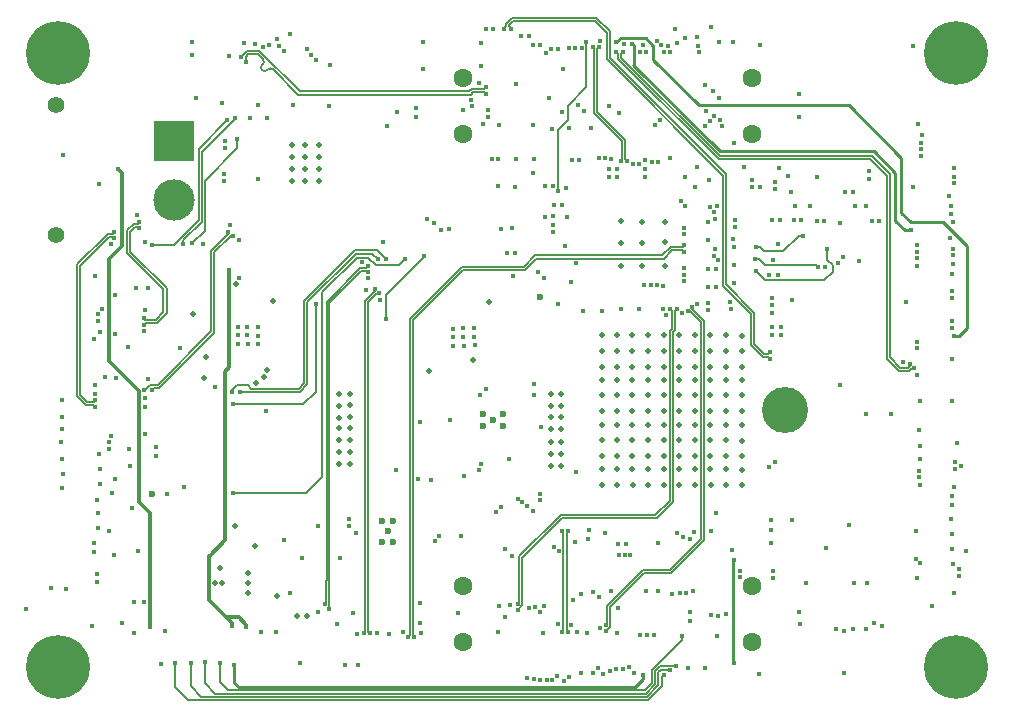
<source format=gbr>
%TF.GenerationSoftware,KiCad,Pcbnew,7.0.6-rc1-29-g152dc56df4*%
%TF.CreationDate,2023-07-03T16:00:48-04:00*%
%TF.ProjectId,pixc4-jetson-universal-carrier,70697863-342d-46a6-9574-736f6e2d756e,rev?*%
%TF.SameCoordinates,Original*%
%TF.FileFunction,Copper,L3,Inr*%
%TF.FilePolarity,Positive*%
%FSLAX46Y46*%
G04 Gerber Fmt 4.6, Leading zero omitted, Abs format (unit mm)*
G04 Created by KiCad (PCBNEW 7.0.6-rc1-29-g152dc56df4) date 2023-07-03 16:00:48*
%MOMM*%
%LPD*%
G01*
G04 APERTURE LIST*
%TA.AperFunction,ComponentPad*%
%ADD10C,1.400000*%
%TD*%
%TA.AperFunction,ComponentPad*%
%ADD11R,3.500000X3.500000*%
%TD*%
%TA.AperFunction,ComponentPad*%
%ADD12C,3.500000*%
%TD*%
%TA.AperFunction,ComponentPad*%
%ADD13C,0.800000*%
%TD*%
%TA.AperFunction,ComponentPad*%
%ADD14C,5.400000*%
%TD*%
%TA.AperFunction,ComponentPad*%
%ADD15C,1.600000*%
%TD*%
%TA.AperFunction,ComponentPad*%
%ADD16C,0.600000*%
%TD*%
%TA.AperFunction,ComponentPad*%
%ADD17C,3.900000*%
%TD*%
%TA.AperFunction,ViaPad*%
%ADD18C,0.400000*%
%TD*%
%TA.AperFunction,ViaPad*%
%ADD19C,0.500000*%
%TD*%
%TA.AperFunction,ViaPad*%
%ADD20C,0.600000*%
%TD*%
%TA.AperFunction,Conductor*%
%ADD21C,0.152400*%
%TD*%
%TA.AperFunction,Conductor*%
%ADD22C,0.254000*%
%TD*%
%TA.AperFunction,Conductor*%
%ADD23C,0.157480*%
%TD*%
%TA.AperFunction,Conductor*%
%ADD24C,0.127254*%
%TD*%
%TA.AperFunction,Conductor*%
%ADD25C,0.304800*%
%TD*%
%TA.AperFunction,Conductor*%
%ADD26C,0.129540*%
%TD*%
%TA.AperFunction,Conductor*%
%ADD27C,0.144780*%
%TD*%
G04 APERTURE END LIST*
D10*
%TO.N,*%
%TO.C,J27*%
X61310700Y-97173560D03*
X61310700Y-86173560D03*
D11*
%TO.N,GND*%
X71310700Y-89173560D03*
D12*
%TO.N,/MainPower/PWR_IN*%
X71310700Y-94173560D03*
%TD*%
D13*
%TO.N,GND*%
%TO.C,J1*%
X59475000Y-81750000D03*
X60068109Y-80318109D03*
X60068109Y-83181891D03*
X61500000Y-79725000D03*
D14*
X61500000Y-81750000D03*
D13*
X61500000Y-83775000D03*
X62931891Y-80318109D03*
X62931891Y-83181891D03*
X63525000Y-81750000D03*
%TD*%
%TO.N,GND*%
%TO.C,J2*%
X59475000Y-133750000D03*
X60068109Y-132318109D03*
X60068109Y-135181891D03*
X61500000Y-131725000D03*
D14*
X61500000Y-133750000D03*
D13*
X61500000Y-135775000D03*
X62931891Y-132318109D03*
X62931891Y-135181891D03*
X63525000Y-133750000D03*
%TD*%
%TO.N,GND*%
%TO.C,J3*%
X135475000Y-81750000D03*
X136068109Y-80318109D03*
X136068109Y-83181891D03*
X137500000Y-79725000D03*
D14*
X137500000Y-81750000D03*
D13*
X137500000Y-83775000D03*
X138931891Y-80318109D03*
X138931891Y-83181891D03*
X139525000Y-81750000D03*
%TD*%
%TO.N,GND*%
%TO.C,J4*%
X135475000Y-133750000D03*
X136068109Y-132318109D03*
X136068109Y-135181891D03*
X137500000Y-131725000D03*
D14*
X137500000Y-133750000D03*
D13*
X137500000Y-135775000D03*
X138931891Y-132318109D03*
X138931891Y-135181891D03*
X139525000Y-133750000D03*
%TD*%
D15*
%TO.N,+5V*%
%TO.C,J5*%
X95750000Y-88625000D03*
X120250000Y-88625000D03*
%TO.N,GND*%
X95750000Y-83875000D03*
X120250000Y-83875000D03*
%TD*%
%TO.N,+5V*%
%TO.C,J6*%
X95750000Y-131625000D03*
X120250000Y-131625000D03*
%TO.N,GND*%
X95750000Y-126875000D03*
X120250000Y-126875000D03*
%TD*%
D16*
%TO.N,GND*%
%TO.C,U6*%
X88900800Y-121406200D03*
X88900800Y-123126200D03*
X89380800Y-122266200D03*
X89860800Y-121406200D03*
X89860800Y-123126200D03*
%TD*%
%TO.N,GND*%
%TO.C,U10*%
X99161600Y-112344200D03*
X97441600Y-112344200D03*
X98301600Y-112824200D03*
X99161600Y-113304200D03*
X97441600Y-113304200D03*
%TD*%
D17*
%TO.N,GND*%
%TO.C,SP1*%
X123000000Y-112000000D03*
%TD*%
D18*
%TO.N,GND*%
X86800000Y-130910000D03*
X118643400Y-80822800D03*
X127630000Y-109890000D03*
D19*
X110093600Y-115900000D03*
D18*
X118000000Y-129240000D03*
X99910000Y-124320000D03*
X92700000Y-95800000D03*
X118668800Y-101193600D03*
X82510000Y-81420000D03*
X92120000Y-129990000D03*
D19*
X108772800Y-106984800D03*
D18*
X78650000Y-130750000D03*
X132980000Y-107910000D03*
D19*
X107496771Y-105674800D03*
D18*
X130110000Y-91710000D03*
X113250000Y-90680000D03*
X97180000Y-110690000D03*
D19*
X119352800Y-110730000D03*
X107492800Y-109434000D03*
D18*
X90144600Y-86715600D03*
D19*
X114054284Y-113250000D03*
D18*
X104930000Y-130230000D03*
X69090000Y-109390000D03*
X70530000Y-130740000D03*
X87570000Y-101850000D03*
D19*
X114047084Y-112050000D03*
X107492800Y-106984800D03*
X118006771Y-105674800D03*
X111409942Y-106984800D03*
X115372855Y-113250000D03*
D18*
X81380000Y-86170000D03*
D19*
X116686455Y-114560000D03*
D18*
X117440000Y-85600000D03*
X114450000Y-99990000D03*
X65960000Y-97970000D03*
X99872800Y-96545400D03*
X105580000Y-90790000D03*
D19*
X82510000Y-129470000D03*
D18*
X128880000Y-126660000D03*
D19*
X107494600Y-108314000D03*
X108772800Y-109434000D03*
D18*
X95732600Y-105079800D03*
D19*
X115367455Y-108314000D03*
X108780000Y-113250000D03*
X116686026Y-108314000D03*
D18*
X100190000Y-98680000D03*
X116350000Y-86660000D03*
D19*
X119354600Y-108334000D03*
D18*
X86070000Y-121250000D03*
D19*
X107492800Y-110710000D03*
D18*
X67500000Y-115260000D03*
X124200000Y-87220000D03*
X77546200Y-106426000D03*
X112240000Y-127350000D03*
X105300000Y-99580000D03*
D19*
X107495029Y-114560000D03*
X115387084Y-118327800D03*
D18*
X64500000Y-105990000D03*
X92220000Y-130890000D03*
D19*
X108772800Y-117017800D03*
D18*
X86454400Y-129184400D03*
X102300000Y-129100000D03*
X97300000Y-82830000D03*
D19*
X111409942Y-112050000D03*
X110091371Y-106984800D03*
X110867599Y-97818001D03*
D18*
X66220000Y-124290000D03*
X76708000Y-106426000D03*
X111250000Y-127350000D03*
D19*
X118005029Y-115900000D03*
D18*
X117260000Y-131130000D03*
X67700000Y-120260000D03*
X130090000Y-92420000D03*
X103790000Y-130120000D03*
X78409800Y-105689400D03*
X117110000Y-95790000D03*
X79121000Y-87299800D03*
X75920000Y-82050000D03*
X111125000Y-91617800D03*
D19*
X119355029Y-115920000D03*
D18*
X104750000Y-88100000D03*
X100220000Y-84370000D03*
D19*
X116684226Y-117017800D03*
D18*
X95710000Y-86590000D03*
X124170000Y-85200000D03*
D19*
X79180000Y-108630000D03*
D18*
X124240000Y-129090000D03*
D19*
X118024229Y-118327800D03*
D18*
X120180000Y-93080000D03*
X86840000Y-133580000D03*
D19*
X116684226Y-106984800D03*
D18*
X88940000Y-97730000D03*
X102510000Y-130870000D03*
X93410000Y-123100000D03*
D19*
X111412171Y-115900000D03*
X114051055Y-105674800D03*
D18*
X90660000Y-130820000D03*
X95290000Y-129190000D03*
X79070000Y-112080000D03*
X64580000Y-100660000D03*
D19*
X119355029Y-114580000D03*
D18*
X115544600Y-91414600D03*
D19*
X108775029Y-114560000D03*
D18*
X94530000Y-96670000D03*
D19*
X118005029Y-114560000D03*
D18*
X128730000Y-93520000D03*
D19*
X116688197Y-105674800D03*
D18*
X95783400Y-105841800D03*
X118643400Y-97510600D03*
X76010000Y-96300000D03*
X136960000Y-97400000D03*
X96723200Y-105816400D03*
X92130000Y-113030000D03*
X77495400Y-105664000D03*
X115260000Y-127350000D03*
X64560000Y-109860000D03*
X65200000Y-103420000D03*
X85760000Y-133540000D03*
X102600000Y-100790000D03*
X133890000Y-81170000D03*
X115600000Y-102970000D03*
X134160000Y-99780000D03*
X103260000Y-88160000D03*
X64580000Y-110640000D03*
X133870000Y-93080000D03*
X114970000Y-129890000D03*
X61850000Y-90360000D03*
X94894400Y-105816400D03*
X116484400Y-103505000D03*
X65420000Y-109220000D03*
X83490000Y-121800000D03*
D19*
X119352800Y-107004800D03*
X77550000Y-125780000D03*
D18*
X108762800Y-91587800D03*
X65020000Y-105420000D03*
X124256800Y-130124200D03*
X133270000Y-102810000D03*
D19*
X107500000Y-113250000D03*
D18*
X137130000Y-107700000D03*
X70170000Y-133510000D03*
X122428000Y-100558600D03*
D19*
X107514229Y-118327800D03*
X116705655Y-118327800D03*
D18*
X81980000Y-133400000D03*
X85330000Y-124520000D03*
D19*
X107495029Y-115900000D03*
D18*
X94894400Y-106527600D03*
X120910000Y-81110000D03*
D19*
X109093000Y-99771200D03*
D18*
X121793000Y-121285000D03*
X121640600Y-100533200D03*
D19*
X112728513Y-109434000D03*
D18*
X107600000Y-134300000D03*
D19*
X115365655Y-110710000D03*
D18*
X126441200Y-99898200D03*
X97120000Y-84340000D03*
X110970000Y-81070000D03*
D19*
X77560000Y-127460000D03*
X115365655Y-117017800D03*
D18*
X118550000Y-123850000D03*
X103790000Y-102990000D03*
D19*
X114047084Y-110710000D03*
X108774600Y-108314000D03*
D18*
X68760000Y-128220000D03*
X111950000Y-131030000D03*
D19*
X108772800Y-112050000D03*
D18*
X112960000Y-103960000D03*
D19*
X114047084Y-109434000D03*
X119356771Y-105694800D03*
X111411742Y-108314000D03*
X114049313Y-114560000D03*
D18*
X102750000Y-81750000D03*
X84450000Y-82790000D03*
X92405200Y-83108800D03*
X105810000Y-81340000D03*
X78390000Y-86180000D03*
X105950000Y-103570000D03*
X99640000Y-116120000D03*
D19*
X119352800Y-112070000D03*
D18*
X68840000Y-111770000D03*
D19*
X107492800Y-117017800D03*
X119360000Y-113270000D03*
X81710000Y-129460000D03*
X109093000Y-95986600D03*
D18*
X78409800Y-106426000D03*
X80580000Y-122980000D03*
X106740000Y-127400000D03*
D19*
X110091371Y-112050000D03*
D18*
X99974400Y-100660200D03*
X69060000Y-101690000D03*
X134420000Y-111230000D03*
X68170000Y-95500000D03*
D19*
X118002800Y-109434000D03*
X114047084Y-106984800D03*
D18*
X116484400Y-102895400D03*
D19*
X115367884Y-115900000D03*
X110112800Y-118327800D03*
X110947200Y-99771200D03*
D18*
X76708000Y-105638600D03*
D19*
X116684226Y-110710000D03*
D18*
X137120000Y-100480000D03*
X98800000Y-128580000D03*
X129290000Y-99330000D03*
X75565000Y-89179400D03*
X89490000Y-130980000D03*
X101780000Y-90720000D03*
X98780000Y-87830000D03*
X122428000Y-97917000D03*
D19*
X112749942Y-118327800D03*
D18*
X64490000Y-123240000D03*
X84390000Y-86270000D03*
X114960000Y-129070000D03*
D19*
X112732484Y-105674800D03*
X116684226Y-112050000D03*
D18*
X137890000Y-116700000D03*
X108780000Y-130840000D03*
D19*
X108775029Y-115900000D03*
D18*
X137310000Y-91510000D03*
X108864400Y-128717000D03*
X83490000Y-129070000D03*
X114760000Y-133790000D03*
X73760000Y-97900000D03*
X127320000Y-130570000D03*
X128920000Y-94700000D03*
D19*
X119352800Y-109454000D03*
D18*
X116280000Y-133840000D03*
D19*
X118002800Y-106984800D03*
D18*
X131200000Y-130240000D03*
X104521000Y-95605600D03*
X117144800Y-100076000D03*
X137290000Y-118500000D03*
D19*
X111417142Y-113250000D03*
D18*
X88470000Y-130880000D03*
X121996200Y-99263200D03*
X136940000Y-93830000D03*
X96697800Y-105079800D03*
X75372200Y-86022200D03*
X137270000Y-96050000D03*
D19*
X119374229Y-118347800D03*
D18*
X111180000Y-90820000D03*
X108102400Y-91567000D03*
D19*
X119352800Y-117037800D03*
D18*
X113080000Y-81160000D03*
D19*
X108772800Y-110710000D03*
D18*
X117144800Y-101549200D03*
X120910000Y-93070000D03*
D19*
X112877600Y-99771200D03*
D18*
X67880000Y-128210000D03*
D19*
X78160000Y-123520000D03*
D18*
X107320000Y-80780000D03*
X77698600Y-87299800D03*
X120180000Y-92520000D03*
X97282000Y-80949800D03*
X121793000Y-122174000D03*
X88690000Y-102670000D03*
X117250000Y-94730000D03*
D19*
X115365655Y-106984800D03*
D18*
X135440000Y-128550000D03*
D19*
X118002800Y-112050000D03*
D18*
X137150000Y-111190000D03*
X66290000Y-105510000D03*
D19*
X114068513Y-118327800D03*
X110093171Y-108314000D03*
X112852200Y-97790000D03*
D18*
X68770000Y-105300000D03*
D19*
X110091371Y-109434000D03*
X108776771Y-105674800D03*
D18*
X104485000Y-93192600D03*
X67350000Y-106650000D03*
X77495400Y-104978200D03*
X91770000Y-86410000D03*
X58790000Y-128800000D03*
X123610000Y-102650000D03*
D19*
X109118400Y-97840800D03*
D18*
X117120000Y-98330000D03*
X101710000Y-87850000D03*
X117424200Y-80848200D03*
X87200000Y-99460000D03*
D19*
X112728513Y-110710000D03*
X110098571Y-113250000D03*
D18*
X78384400Y-104978200D03*
X126480000Y-123650000D03*
D19*
X114048884Y-108314000D03*
D18*
X79900000Y-130760000D03*
X68820000Y-103550000D03*
X111060000Y-101420000D03*
X76810000Y-97580000D03*
X134550000Y-90510000D03*
X112240000Y-123220000D03*
X109410000Y-80970000D03*
X128410000Y-121740000D03*
D19*
X118002800Y-110710000D03*
X108794229Y-118327800D03*
D18*
X78780000Y-81230000D03*
X134210000Y-109040000D03*
D19*
X110947200Y-96062800D03*
X111409942Y-117017800D03*
X116691426Y-113250000D03*
D18*
X92140000Y-128350000D03*
X69780000Y-115080000D03*
X82120000Y-124520000D03*
D19*
X112728513Y-117017800D03*
D18*
X68100000Y-101680000D03*
X68790000Y-97750000D03*
D19*
X115365655Y-109434000D03*
D18*
X134110000Y-122250000D03*
D19*
X115367884Y-114560000D03*
D18*
X94630000Y-112830000D03*
D19*
X76420000Y-121770000D03*
D18*
X129930000Y-126630000D03*
D19*
X112728513Y-112050000D03*
D18*
X107750000Y-122430000D03*
D19*
X116684226Y-109434000D03*
D18*
X109821900Y-133780000D03*
X116586000Y-92481400D03*
X67530000Y-116760000D03*
D19*
X118002800Y-117017800D03*
X114047084Y-117017800D03*
D18*
X104250000Y-83100000D03*
X105440000Y-130810000D03*
X97470000Y-87730000D03*
X94869000Y-105105200D03*
D19*
X112730313Y-108314000D03*
D18*
X110660000Y-103400000D03*
D19*
X112730742Y-114560000D03*
D18*
X121793000Y-123215400D03*
D19*
X112728513Y-106984800D03*
D18*
X79980000Y-80550000D03*
D19*
X111409942Y-109434000D03*
X110091371Y-110710000D03*
D18*
X68840000Y-110990000D03*
X134570000Y-88710000D03*
X64470000Y-124030000D03*
D19*
X115365655Y-112050000D03*
X118010000Y-113250000D03*
D18*
X99510000Y-98680000D03*
X72770000Y-80850000D03*
X89331800Y-87909400D03*
D19*
X111409942Y-110710000D03*
X110093600Y-114560000D03*
X111431371Y-118327800D03*
X77540000Y-126650000D03*
D18*
X107350000Y-130440000D03*
X95808800Y-106527600D03*
X98750000Y-130770000D03*
X66380000Y-109250000D03*
X134150000Y-98050000D03*
D19*
X112852200Y-96037400D03*
D18*
X96748600Y-106502200D03*
D19*
X110091371Y-117017800D03*
D18*
X114280000Y-103780000D03*
X76708000Y-104978200D03*
X129910000Y-112290000D03*
X85090000Y-130080000D03*
X75565000Y-89789000D03*
D19*
X114049313Y-115900000D03*
D18*
X91795600Y-87198200D03*
D19*
X116686455Y-115900000D03*
D18*
X72770000Y-81950000D03*
X108260000Y-127350000D03*
X105040000Y-128060000D03*
X123647200Y-121310400D03*
X92354400Y-80797400D03*
X64380000Y-130250000D03*
D19*
X112730742Y-115900000D03*
X111412171Y-114560000D03*
D18*
X117527399Y-87473352D03*
X68800000Y-114020000D03*
X112680000Y-101450000D03*
X87690000Y-100850000D03*
D19*
X111413913Y-105674800D03*
X107492800Y-112050000D03*
X118004600Y-108314000D03*
D18*
X106260000Y-130890000D03*
D19*
X112735713Y-113250000D03*
D18*
X68260000Y-123950000D03*
X137200000Y-99590000D03*
X125755400Y-92278200D03*
D19*
X110095342Y-105674800D03*
X115369626Y-105674800D03*
D18*
X119532400Y-91414600D03*
D19*
%TO.N,+5V*%
X85242400Y-116586000D03*
D18*
X97729000Y-110236000D03*
D19*
X85242400Y-115570000D03*
X86156800Y-111556800D03*
X85242400Y-114554000D03*
D18*
X86660000Y-122380000D03*
X121900000Y-105630000D03*
D19*
X86156800Y-116535200D03*
X85242400Y-111607600D03*
X86156800Y-114503200D03*
X86156800Y-112572800D03*
D18*
X86060000Y-121770000D03*
D19*
X73840000Y-109260000D03*
X86156800Y-113538000D03*
D18*
X124570000Y-97240000D03*
X127950000Y-99070000D03*
D19*
X85242400Y-112623600D03*
D18*
X127540000Y-99520000D03*
D19*
X86156800Y-115519200D03*
X86156800Y-110591600D03*
X85242400Y-113538000D03*
D18*
X120548400Y-98221800D03*
X104960000Y-90810000D03*
X102720000Y-93000000D03*
X124360000Y-95940000D03*
X60850000Y-127070000D03*
D20*
X102311200Y-102438200D03*
D19*
X85242400Y-110591600D03*
D18*
%TO.N,3V3_SYS*%
X116770000Y-79560000D03*
%TO.N,USB2-*%
X134540000Y-89374834D03*
X113263500Y-81640000D03*
%TO.N,USB2+*%
X134540000Y-89901834D03*
X112736500Y-81640000D03*
%TO.N,PORT_VBUS_2*%
X134243334Y-87763334D03*
X117020000Y-87100000D03*
%TO.N,USB3-*%
X111263500Y-81680000D03*
X137250000Y-98351500D03*
%TO.N,USB3+*%
X137250000Y-98878500D03*
X110736500Y-81680000D03*
%TO.N,PORT_VBUS_3*%
X133700000Y-96750000D03*
X110070000Y-80960000D03*
%TO.N,USB4-*%
X109263500Y-81660000D03*
X133583677Y-108053677D03*
%TO.N,USB4+*%
X133956323Y-108426323D03*
X108736500Y-81660000D03*
%TO.N,PORT_VBUS_4*%
X137300000Y-105760000D03*
X108740000Y-80850000D03*
%TO.N,ETH_RADIO_TX_N*%
X102304140Y-81090000D03*
X122125060Y-116374940D03*
X102240000Y-119063800D03*
%TO.N,ETH_RADIO_TX_P*%
X101695860Y-81090000D03*
X121694940Y-116805060D03*
X102240000Y-119616200D03*
%TO.N,ETH_RADIO_RX_N*%
X101304140Y-80290000D03*
X122000000Y-125635860D03*
X98955303Y-120204697D03*
%TO.N,ETH_RADIO_RX_P*%
X98564697Y-120595303D03*
X122000000Y-126244140D03*
X100695860Y-80290000D03*
%TO.N,ETH_SPARE_RX_P*%
X121780000Y-107694140D03*
X99804140Y-79690000D03*
%TO.N,ETH_SPARE_RX_N*%
X121780000Y-107085860D03*
X99195860Y-79690000D03*
%TO.N,ETH_SPARE_TX_P*%
X118770000Y-96504140D03*
X98304140Y-79720000D03*
%TO.N,ETH_SPARE_TX_N*%
X118770000Y-95895860D03*
X97695860Y-79720000D03*
D19*
%TO.N,Net-(D2-K)*%
X96580000Y-107730000D03*
X97920000Y-102810000D03*
D18*
%TO.N,FMU_I2C_1_SDA*%
X65000000Y-116980000D03*
X103437300Y-123567300D03*
%TO.N,FMU_I2C_1_SCL*%
X64970000Y-115710000D03*
X101670000Y-120520000D03*
%TO.N,GPS1_RX*%
X101200000Y-120150000D03*
X65820000Y-115280000D03*
%TO.N,GPS1_TX*%
X65800000Y-114720000D03*
X100782162Y-119804123D03*
%TO.N,+VDD_5V_PERIPH*%
X108220000Y-134110000D03*
X110960000Y-134390000D03*
X65910000Y-114190000D03*
X105710000Y-134240000D03*
X61760000Y-118630000D03*
X66840000Y-130060000D03*
X138330000Y-123950000D03*
X110235000Y-134265000D03*
X76380000Y-133550000D03*
X100400000Y-119480000D03*
X137560000Y-114790000D03*
X102590000Y-128570000D03*
%TO.N,BATT_VOLTAGE_SENS_PROT*%
X61860000Y-117380000D03*
X117320000Y-129400000D03*
X114360000Y-122780000D03*
%TO.N,BATT_CURRENT_SENS_PROT*%
X116740000Y-129380000D03*
X61780000Y-116110000D03*
X113840000Y-122360000D03*
%TO.N,FMU-CH1-PROT*%
X101840000Y-128640000D03*
X134410000Y-118330000D03*
%TO.N,IO-CH8-PROT*%
X104730000Y-134610000D03*
X137170000Y-119280000D03*
%TO.N,IO-CH7-PROT*%
X137110000Y-119990000D03*
X104290000Y-134910000D03*
%TO.N,IO-CH6-PROT*%
X103750000Y-134520000D03*
X137090000Y-121220000D03*
%TO.N,IO-CH5-PROT*%
X137130000Y-122480000D03*
X103320979Y-134848867D03*
%TO.N,IO-CH4-PROT*%
X137190000Y-123720000D03*
X102820000Y-134860000D03*
%TO.N,IO-CH3-PROT*%
X102260000Y-134870000D03*
X137250000Y-124990000D03*
%TO.N,IO-CH2-PROT*%
X101750000Y-134780000D03*
X134220000Y-126240000D03*
%TO.N,IO-CH1-PROT*%
X101140000Y-134670000D03*
X137320000Y-127470000D03*
%TO.N,ETH_RADIO_TX_POSTMAG_N*%
X137120000Y-101925460D03*
X134370000Y-117131300D03*
%TO.N,ETH_RADIO_TX_POSTMAG_P*%
X137120000Y-102533740D03*
X134370000Y-117658300D03*
%TO.N,ETH_RADIO_RX_POSTMAG_N*%
X134088279Y-124573677D03*
X137130000Y-104425460D03*
%TO.N,ETH_RADIO_RX_POSTMAG_P*%
X137130000Y-105033740D03*
X134460925Y-124946323D03*
%TO.N,ETH_SPARE_TX_POSTMAG_N*%
X137340000Y-92266500D03*
X134167726Y-98621500D03*
%TO.N,ETH_SPARE_TX_POSTMAG_P*%
X137340000Y-92793500D03*
X134167726Y-99148500D03*
%TO.N,ETH_SPARE_RX_POSTMAG_N*%
X134200000Y-106241500D03*
X137090000Y-94754260D03*
%TO.N,ETH_SPARE_RX_POSTMAG_P*%
X137090000Y-95362540D03*
X134200000Y-106768500D03*
D19*
%TO.N,Net-(D3-K)*%
X78245300Y-109710000D03*
X79640000Y-102720000D03*
D18*
%TO.N,+1V1*%
X118668800Y-98221800D03*
X122148600Y-92684600D03*
X122148600Y-93243400D03*
X108102400Y-92227400D03*
X111125000Y-92252800D03*
X107518200Y-103581200D03*
X123740000Y-95930000D03*
X112664200Y-103454200D03*
X116454000Y-96062800D03*
X103370000Y-92990000D03*
X121890000Y-104970000D03*
X116494600Y-100076000D03*
X109139200Y-103428800D03*
X116454400Y-97561400D03*
X122580000Y-95890000D03*
X121880000Y-95870000D03*
%TO.N,+5V_FMU*%
X124820000Y-126640000D03*
X108910000Y-123310000D03*
X108960000Y-124290000D03*
D19*
X103225600Y-116687600D03*
X75210000Y-125330000D03*
X104089200Y-113588800D03*
X104089200Y-115671600D03*
D18*
X102710000Y-95610000D03*
X122540000Y-91460000D03*
D19*
X75350000Y-126660000D03*
X104089200Y-111658400D03*
X92910000Y-108670000D03*
X103225600Y-111658400D03*
X74760000Y-126660000D03*
D20*
X69392800Y-119126000D03*
D18*
X126350000Y-95960000D03*
D19*
X79970000Y-127700000D03*
X104089200Y-112572800D03*
D18*
X109930000Y-124290000D03*
X62160000Y-127160000D03*
X109580000Y-123300000D03*
X66070000Y-119030000D03*
X109430000Y-124300000D03*
D19*
X104089200Y-114655600D03*
X103225600Y-110642400D03*
D18*
X81110000Y-127508000D03*
D19*
X103225600Y-113588800D03*
D18*
X65760000Y-122210000D03*
D19*
X103225600Y-112572800D03*
D18*
X122670000Y-105620000D03*
D19*
X103225600Y-115671600D03*
X104089200Y-116687600D03*
X103225600Y-114655600D03*
X104089200Y-110642400D03*
D18*
%TO.N,IRID_ON_OFF_3.3*%
X115760000Y-81710000D03*
X81070000Y-80190000D03*
%TO.N,IRID_TX_IN_3.3*%
X115610000Y-81130000D03*
X79360000Y-81070000D03*
%TO.N,IRID_RING_3.3*%
X115560000Y-80370000D03*
X78150000Y-81040000D03*
%TO.N,IRID_NA_3.3*%
X77170000Y-80930000D03*
X113690000Y-79760000D03*
%TO.N,IRID_RX_OUT_3.3*%
X117710000Y-87940000D03*
X73170000Y-85550000D03*
%TO.N,USB_EXT2_SSTX-*%
X113280000Y-103430000D03*
X100390000Y-128380000D03*
%TO.N,Net-(U9-VCC)*%
X69750000Y-115860000D03*
X70730000Y-119120000D03*
%TO.N,XAVIER_I2C1_SCL*%
X128010000Y-130660000D03*
X130370000Y-95980000D03*
X116920000Y-84940000D03*
%TO.N,CAM1_D0_N*%
X112454284Y-87445716D03*
%TO.N,CAM1_D0_P*%
X112045716Y-87854284D03*
X104100000Y-86720000D03*
X103010000Y-85540000D03*
%TO.N,CAM1_C_N*%
X108110000Y-86280000D03*
%TO.N,CAM1_C_P*%
X108990000Y-86830000D03*
%TO.N,CAM1_D1_N*%
X105510000Y-86160000D03*
%TO.N,CAM1_D1_P*%
X106035716Y-86644284D03*
%TO.N,XAVIER_I2C1_SDA*%
X130570000Y-129980000D03*
X116250000Y-84480000D03*
X130960000Y-95960000D03*
%TO.N,GPIO10*%
X76440000Y-87260000D03*
X116660000Y-87560000D03*
X72080000Y-97970000D03*
%TO.N,GPIO12*%
X75800000Y-87420000D03*
X116250000Y-87910000D03*
X69460000Y-97990000D03*
%TO.N,RC_INPUT*%
X76820000Y-100840000D03*
X101790000Y-110737300D03*
X64970000Y-92840000D03*
X106390000Y-122150000D03*
%TO.N,+VDD_5V_RADIO*%
X69240000Y-130350000D03*
X66500000Y-91570000D03*
X107240000Y-127840000D03*
%TO.N,BUZZER_OUT*%
X66320000Y-117840000D03*
X64810000Y-121970000D03*
%TO.N,SAFETY_VDD*%
X105750000Y-127550000D03*
X64880000Y-120720000D03*
X99280000Y-123780000D03*
%TO.N,SAFETY_SWITCH_IN*%
X64980000Y-118250000D03*
X103874349Y-123900000D03*
%TO.N,TELEM1_TX*%
X114280000Y-131130000D03*
X75180000Y-133430000D03*
%TO.N,TELEM1_RX*%
X113750000Y-133660000D03*
X73900000Y-133360000D03*
%TO.N,TELEM1_CTS*%
X113240000Y-134040000D03*
X72680000Y-133380000D03*
%TO.N,TELEM1_RTS*%
X71390000Y-133380000D03*
X112780000Y-134420000D03*
%TO.N,INTVCC*%
X125791000Y-99872800D03*
X120497600Y-99237800D03*
%TO.N,USB_EXT2_SSTX+*%
X113840000Y-103410000D03*
X100380000Y-128930000D03*
%TO.N,CAN_2+*%
X137730000Y-125470860D03*
X108695860Y-133920000D03*
%TO.N,CAN_2-*%
X109304140Y-133920000D03*
X137730000Y-126079140D03*
%TO.N,FMU_I2C_2_SDA*%
X64780000Y-125880000D03*
X107200000Y-133820000D03*
%TO.N,FMU_I2C_2_SCL*%
X64750000Y-126590000D03*
X106750000Y-134270000D03*
%TO.N,FMU-CH4-PROT*%
X99310000Y-129550000D03*
X134370000Y-113670000D03*
%TO.N,FMU-CH3-PROT*%
X99750000Y-128470000D03*
X134420000Y-115000000D03*
%TO.N,FMU-CH2-PROT*%
X134420000Y-116120000D03*
X101330000Y-128710000D03*
%TO.N,USB_EXT1_SSTX-*%
X84426323Y-128806323D03*
X117356323Y-99316323D03*
X87690000Y-100322070D03*
%TO.N,USB_EXT1_SSTX+*%
X87690000Y-99817930D03*
X84053677Y-128433677D03*
X116983677Y-98943677D03*
%TO.N,CAM1_GPIO*%
X108290000Y-90700000D03*
X112170000Y-80767300D03*
%TO.N,CAM1_MCLK*%
X107760000Y-90690000D03*
X112551641Y-81092037D03*
%TO.N,CAM1_SCL0*%
X113830000Y-80940000D03*
X107240000Y-90680000D03*
%TO.N,CAM1_SDA0*%
X106600000Y-88150000D03*
X114572700Y-80500000D03*
%TO.N,CAM0_D0_N*%
X76965716Y-82075716D03*
X97670000Y-84671100D03*
%TO.N,CAM0_D0_P*%
X97670000Y-85248900D03*
X77374284Y-82484284D03*
%TO.N,CAM0_C_N*%
X96410000Y-85730000D03*
X82895716Y-81935716D03*
%TO.N,CAM0_C_P*%
X83304284Y-82344284D03*
X96480000Y-86280000D03*
%TO.N,CAM0_D1_N*%
X97830000Y-86581100D03*
X80205716Y-81145716D03*
%TO.N,CAM0_D1_P*%
X80614284Y-81554284D03*
X97830000Y-87158900D03*
%TO.N,CAM0_GPIO*%
X101640000Y-91900000D03*
%TO.N,CAM0_MCLK*%
X100180000Y-93130000D03*
%TO.N,CAM0_SCL0*%
X100200000Y-90700000D03*
%TO.N,CAM0_SDA0*%
X98680000Y-93020000D03*
%TO.N,USBSS_TX_N*%
X112290000Y-90990000D03*
X105263500Y-81350000D03*
%TO.N,USBSS_TX_P*%
X111770000Y-90980000D03*
X104736500Y-81350000D03*
%TO.N,UART4_RX*%
X114660000Y-127480000D03*
X119167208Y-126152989D03*
%TO.N,UART4_TX*%
X119190000Y-125630000D03*
X114120000Y-127490000D03*
%TO.N,S.BUS_OUT*%
X67920000Y-130900000D03*
X113470000Y-127530000D03*
%TO.N,USB_CELL_SSTX+*%
X116643677Y-94833677D03*
X64600000Y-111706000D03*
X66200000Y-96937930D03*
%TO.N,USB_CELL_SSTX-*%
X66200000Y-97442070D03*
X117016323Y-95206323D03*
X64600000Y-111179000D03*
%TO.N,+SIM_VCC*%
X83310000Y-102980000D03*
X76300000Y-111520000D03*
X128077000Y-93522800D03*
X127650000Y-96140000D03*
%TO.N,Net-(D9-K)*%
X77380000Y-130360000D03*
X75950000Y-100150000D03*
X76190000Y-130290000D03*
%TO.N,Net-(D10-A)*%
X132010000Y-112350000D03*
X120780000Y-134330000D03*
X128030000Y-134220000D03*
%TO.N,USB_CELL_D+*%
X68330000Y-96097930D03*
X114180000Y-94260000D03*
X68710000Y-104236500D03*
%TO.N,USB_CELL_D-*%
X114526323Y-94706323D03*
X68710000Y-104763500D03*
X68330000Y-96602070D03*
%TO.N,USB_CELL_SSRX+*%
X114470000Y-96554501D03*
X75891759Y-96891759D03*
X68740000Y-110263500D03*
%TO.N,USB_CELL_SSRX-*%
X114470000Y-97081501D03*
X69410000Y-110310000D03*
X76248241Y-97248241D03*
%TO.N,USB_EXT1_D+*%
X114490000Y-98054502D03*
X91101500Y-131190000D03*
%TO.N,USB_EXT1_D-*%
X114490000Y-98581502D03*
X91628500Y-131190000D03*
%TO.N,USB_EXT1_SSRX+*%
X114460000Y-100554502D03*
X87351500Y-130890000D03*
X88311759Y-101721759D03*
%TO.N,USB_EXT1_SSRX-*%
X114460000Y-101081502D03*
X88668241Y-102078241D03*
X87878500Y-130890000D03*
%TO.N,USB_EXT2_D+*%
X115136323Y-103243677D03*
X107871500Y-130740000D03*
%TO.N,USB_EXT2_D-*%
X114763677Y-103616323D03*
X107850000Y-130170000D03*
%TO.N,USB_EXT2_SSRX+*%
X112150000Y-101440000D03*
X104121500Y-130750000D03*
X104132930Y-122230000D03*
%TO.N,USB_EXT2_SSRX-*%
X104648500Y-130750000D03*
X104637070Y-122230000D03*
X111630000Y-101430000D03*
%TO.N,PWRCTRL2*%
X101720000Y-109750000D03*
X102100000Y-100330000D03*
%TO.N,+3V3*%
X118414800Y-103454200D03*
X121920000Y-102463600D03*
X125710000Y-95960000D03*
X123260000Y-92170000D03*
X122650000Y-104980000D03*
X103378000Y-96951800D03*
X118389400Y-102844600D03*
X104889600Y-101142800D03*
X121920000Y-103784400D03*
X118668800Y-99745800D03*
X114528600Y-92242600D03*
X116484400Y-101549200D03*
X103454200Y-94640400D03*
X104368600Y-98069400D03*
X103360000Y-95590000D03*
X121920000Y-103124000D03*
X108770000Y-92220000D03*
%TO.N,OVERCUR3*%
X103378000Y-96312200D03*
X102330000Y-113400000D03*
%TO.N,OVERCUR2*%
X104104400Y-94640400D03*
X105321401Y-117240000D03*
X97290000Y-116550000D03*
%TO.N,CAN_1+*%
X137380000Y-116360860D03*
X110695860Y-131020000D03*
%TO.N,CAN_1-*%
X111304140Y-131020000D03*
X137380000Y-116969140D03*
D19*
%TO.N,/MainPower/PWR_IN*%
X81305400Y-91541600D03*
X83591400Y-90551000D03*
X82346800Y-92583000D03*
X82346800Y-90551000D03*
X81305400Y-90551000D03*
X83591400Y-89509600D03*
X83591400Y-92583000D03*
X83591400Y-91541600D03*
D18*
X75539600Y-91998800D03*
D19*
X81305400Y-89509600D03*
X82346800Y-91541600D03*
D18*
X78359000Y-92430600D03*
D19*
X82346800Y-89509600D03*
D18*
X75539600Y-92583000D03*
D19*
X81305400Y-92583000D03*
D18*
%TO.N,JETSON_USB1_D_P*%
X106736500Y-81290000D03*
X109104100Y-90900000D03*
%TO.N,JETSON_USB1_D_N*%
X107263500Y-81290000D03*
X109631100Y-90900000D03*
%TO.N,USBSS_RX_P*%
X110104099Y-91130000D03*
X103236500Y-81450000D03*
%TO.N,USBSS_RX_N*%
X103763500Y-81450000D03*
X110631099Y-91130000D03*
%TO.N,Net-(IC1-USB_R1)*%
X115351600Y-93141800D03*
%TO.N,JETSON_CAN+*%
X93324894Y-96144894D03*
X64870000Y-103830860D03*
X98170000Y-90720000D03*
%TO.N,JETSON_CAN-*%
X98750000Y-90720000D03*
X64870000Y-104439140D03*
X93895106Y-96715106D03*
%TO.N,PORT_VBUS_JETSON*%
X103780000Y-93469350D03*
X106180000Y-80830000D03*
%TO.N,GPIO02*%
X72830000Y-97870000D03*
X118720000Y-89360000D03*
X76640000Y-89050000D03*
%TO.N,BATT2_CURRENT_SENS_PROT*%
X115010000Y-122940000D03*
X61800000Y-113610000D03*
%TO.N,BATT2_VOLTAGE_SENS_PROT*%
X115350000Y-122320000D03*
X61730000Y-114680000D03*
%TO.N,SPARE1_ADC1*%
X116740000Y-122220000D03*
X93065744Y-117871709D03*
%TO.N,SPARE2_ADC1*%
X97100000Y-117090000D03*
X117180000Y-120710000D03*
%TO.N,Net-(J20-Pin_7)*%
X64730000Y-119600000D03*
X105230000Y-123190000D03*
D19*
%TO.N,Net-(J30-~{FULL_CARD_POWER_OFF})*%
X76510000Y-101360000D03*
X72880000Y-103890000D03*
%TO.N,PCIE_DIS*%
X78870000Y-109230000D03*
X74000000Y-107520000D03*
D18*
%TO.N,VBUS_CELL*%
X71810000Y-106720000D03*
X98950000Y-96640000D03*
%TO.N,SIM_RESET*%
X125160000Y-94710000D03*
X89220000Y-104260000D03*
X92490000Y-98950000D03*
X74730000Y-110000000D03*
%TO.N,SIM_CLK*%
X76200000Y-110440000D03*
X123490000Y-93560000D03*
X89220000Y-99210000D03*
%TO.N,SIM_DATA*%
X123850000Y-94710000D03*
X76850000Y-110440000D03*
X88560000Y-99240000D03*
%TO.N,SIM_DETECT*%
X129870000Y-94700000D03*
X90850000Y-99180000D03*
X76280000Y-119050000D03*
%TO.N,Net-(U9-+IN)*%
X106330000Y-122870000D03*
X72110000Y-118490000D03*
%TO.N,PGOOD2*%
X120548400Y-100228400D03*
X126570000Y-98370000D03*
%TO.N,+5V_PROT*%
X90115000Y-117095000D03*
X66310000Y-102250000D03*
%TO.N,RS232_TXD*%
X129870000Y-130500000D03*
%TO.N,RS232_RXD*%
X128750000Y-130550000D03*
%TO.N,+5V_PROT_INS*%
X118680000Y-133420000D03*
X118670000Y-124710000D03*
X95590000Y-122640000D03*
X93740000Y-122620000D03*
%TO.N,Net-(J13-Pin_6)*%
X61810000Y-112540000D03*
X91980000Y-117848700D03*
%TO.N,Net-(J13-Pin_7)*%
X95873592Y-117560000D03*
X61840000Y-111170000D03*
%TD*%
D21*
%TO.N,+5V*%
X122885200Y-98552000D02*
X121208800Y-98552000D01*
X121208800Y-98552000D02*
X120878600Y-98221800D01*
X124570000Y-97240000D02*
X124197200Y-97240000D01*
X120878600Y-98221800D02*
X120548400Y-98221800D01*
X124197200Y-97240000D02*
X122885200Y-98552000D01*
D22*
%TO.N,PORT_VBUS_3*%
X110070000Y-80960000D02*
X110200000Y-81090000D01*
X117499638Y-90080000D02*
X130560000Y-90080000D01*
X110200000Y-81090000D02*
X110200000Y-82750000D01*
X132360000Y-95970000D02*
X133140000Y-96750000D01*
X133140000Y-96750000D02*
X133700000Y-96750000D01*
X110200000Y-82750000D02*
X110184819Y-82765181D01*
X130560000Y-90080000D02*
X132360000Y-91880000D01*
X132360000Y-91880000D02*
X132360000Y-95970000D01*
X110184819Y-82765181D02*
X117499638Y-90080000D01*
D23*
%TO.N,USB4-*%
X109130811Y-81792689D02*
X109130811Y-82145817D01*
X132734184Y-108389190D02*
X133435816Y-108389190D01*
X117494184Y-90509190D02*
X130344184Y-90509190D01*
X109263500Y-81660000D02*
X109130811Y-81792689D01*
X133583677Y-108241329D02*
X133583677Y-108053677D01*
X133435816Y-108389190D02*
X133583677Y-108241329D01*
X109130811Y-82145817D02*
X117494184Y-90509190D01*
X131880810Y-107535816D02*
X132734184Y-108389190D01*
X130344184Y-90509190D02*
X131880810Y-92045816D01*
X131880810Y-92045816D02*
X131880810Y-107535816D01*
%TO.N,USB4+*%
X130235816Y-90770810D02*
X131619190Y-92154184D01*
X133544184Y-108650810D02*
X133768671Y-108426323D01*
X117385816Y-90770810D02*
X130235816Y-90770810D01*
X131619190Y-107644184D02*
X132625816Y-108650810D01*
X108869189Y-82254183D02*
X117385816Y-90770810D01*
X108869189Y-81792689D02*
X108869189Y-82254183D01*
X133768671Y-108426323D02*
X133956323Y-108426323D01*
X108736500Y-81660000D02*
X108869189Y-81792689D01*
X132625816Y-108650810D02*
X133544184Y-108650810D01*
X131619190Y-92154184D02*
X131619190Y-107644184D01*
D22*
%TO.N,PORT_VBUS_4*%
X136410000Y-96100000D02*
X133640000Y-96100000D01*
X128410000Y-86200000D02*
X115690000Y-86200000D01*
X111860000Y-82370000D02*
X111860000Y-81130000D01*
X111220000Y-80490000D02*
X109100000Y-80490000D01*
X133640000Y-96100000D02*
X132830000Y-95290000D01*
X137720000Y-105760000D02*
X138420000Y-105060000D01*
X138420000Y-98070000D02*
X138380000Y-98070000D01*
X132830000Y-90620000D02*
X128410000Y-86200000D01*
X137300000Y-105760000D02*
X137720000Y-105760000D01*
X138380000Y-98070000D02*
X136410000Y-96100000D01*
X115690000Y-86200000D02*
X111860000Y-82370000D01*
X111860000Y-81130000D02*
X111220000Y-80490000D01*
X132830000Y-95290000D02*
X132830000Y-90620000D01*
X138420000Y-105060000D02*
X138420000Y-98070000D01*
X109100000Y-80490000D02*
X108740000Y-80850000D01*
D24*
%TO.N,ETH_SPARE_RX_P*%
X107912746Y-82302712D02*
X107912746Y-80042712D01*
X121147288Y-107517254D02*
X120142746Y-106512712D01*
X121603114Y-107517254D02*
X121147288Y-107517254D01*
X117762746Y-92152712D02*
X107912746Y-82302712D01*
X120142746Y-106512712D02*
X120142746Y-103842712D01*
X107912746Y-80042712D02*
X106917288Y-79047254D01*
X106917288Y-79047254D02*
X99972712Y-79047254D01*
X99972712Y-79047254D02*
X99627254Y-79392712D01*
X99627254Y-79392712D02*
X99627254Y-79513114D01*
X117762746Y-101462712D02*
X117762746Y-92152712D01*
X99627254Y-79513114D02*
X99804140Y-79690000D01*
X120142746Y-103842712D02*
X117762746Y-101462712D01*
X121780000Y-107694140D02*
X121603114Y-107517254D01*
%TO.N,ETH_SPARE_RX_N*%
X107022712Y-78792746D02*
X99867288Y-78792746D01*
X120397254Y-103737288D02*
X118017254Y-101357288D01*
X118017254Y-101357288D02*
X118017254Y-92047288D01*
X121780000Y-107085860D02*
X121603114Y-107262746D01*
X99867288Y-78792746D02*
X99372746Y-79287288D01*
X120397254Y-106407288D02*
X120397254Y-103737288D01*
X99372746Y-79513114D02*
X99195860Y-79690000D01*
X108167254Y-82197288D02*
X108167254Y-79937288D01*
X99372746Y-79287288D02*
X99372746Y-79513114D01*
X118017254Y-92047288D02*
X108167254Y-82197288D01*
X108167254Y-79937288D02*
X107022712Y-78792746D01*
X121252712Y-107262746D02*
X120397254Y-106407288D01*
X121603114Y-107262746D02*
X121252712Y-107262746D01*
D22*
%TO.N,+VDD_5V_PERIPH*%
X110960000Y-134750000D02*
X110284800Y-135425200D01*
X76745200Y-135425200D02*
X76380000Y-135060000D01*
X110284800Y-135425200D02*
X76745200Y-135425200D01*
X76380000Y-135060000D02*
X76380000Y-133550000D01*
X110960000Y-134390000D02*
X110960000Y-134750000D01*
D23*
%TO.N,USB_EXT2_SSTX-*%
X100519190Y-128250810D02*
X100390000Y-128380000D01*
X112045816Y-120879190D02*
X104025816Y-120879190D01*
X113249190Y-119675816D02*
X112045816Y-120879190D01*
X113419189Y-105145817D02*
X113249190Y-105315816D01*
X100519190Y-124385816D02*
X100519190Y-128250810D01*
X113419189Y-103569189D02*
X113419189Y-105145817D01*
X113249190Y-105315816D02*
X113249190Y-119675816D01*
X104025816Y-120879190D02*
X100519190Y-124385816D01*
X113280000Y-103430000D02*
X113419189Y-103569189D01*
D21*
%TO.N,GPIO10*%
X73626000Y-90128290D02*
X76440000Y-87314290D01*
X76440000Y-87314290D02*
X76440000Y-87260000D01*
X72080000Y-97970000D02*
X72080000Y-97579210D01*
X73626000Y-96033210D02*
X73626000Y-90128290D01*
X72080000Y-97579210D02*
X73626000Y-96033210D01*
%TO.N,GPIO12*%
X73372000Y-89848000D02*
X73372000Y-95928000D01*
X75800000Y-87420000D02*
X73372000Y-89848000D01*
X73372000Y-95928000D02*
X71310000Y-97990000D01*
X71310000Y-97990000D02*
X69460000Y-97990000D01*
D25*
%TO.N,+VDD_5V_RADIO*%
X68300000Y-110410000D02*
X65740000Y-107850000D01*
X68300000Y-119750000D02*
X68300000Y-110410000D01*
X66870000Y-98070000D02*
X66870000Y-91940000D01*
X69240000Y-130350000D02*
X69240000Y-120690000D01*
X65740000Y-99200000D02*
X66870000Y-98070000D01*
X66870000Y-91940000D02*
X66500000Y-91570000D01*
X65740000Y-107850000D02*
X65740000Y-99200000D01*
X69240000Y-120690000D02*
X68300000Y-119750000D01*
D21*
%TO.N,TELEM1_TX*%
X111150000Y-135730000D02*
X111782000Y-135098000D01*
X75860000Y-135730000D02*
X111150000Y-135730000D01*
X111782000Y-133979580D02*
X114280000Y-131481580D01*
X75180000Y-133430000D02*
X75180000Y-135050000D01*
X114280000Y-131481580D02*
X114280000Y-131130000D01*
X111782000Y-135098000D02*
X111782000Y-133979580D01*
X75180000Y-135050000D02*
X75860000Y-135730000D01*
%TO.N,TELEM1_RX*%
X112036000Y-134084790D02*
X112036000Y-135203210D01*
X73950000Y-135180000D02*
X73900000Y-135130000D01*
X74793800Y-136023800D02*
X73950000Y-135180000D01*
X74793800Y-136023800D02*
X111215410Y-136023800D01*
X112036000Y-135203210D02*
X111215410Y-136023800D01*
X73900000Y-135130000D02*
X73900000Y-133360000D01*
X112460790Y-133660000D02*
X112036000Y-134084790D01*
X113750000Y-133660000D02*
X112460790Y-133660000D01*
%TO.N,TELEM1_CTS*%
X111320620Y-136277800D02*
X112290000Y-135308420D01*
X73597800Y-136277800D02*
X111320620Y-136277800D01*
X112290000Y-134190000D02*
X112480000Y-134000000D01*
X72680000Y-135360000D02*
X73597800Y-136277800D01*
X112480000Y-134000000D02*
X113200000Y-134000000D01*
X72680000Y-133380000D02*
X72680000Y-135360000D01*
X113200000Y-134000000D02*
X113240000Y-134040000D01*
X112290000Y-135308420D02*
X112290000Y-134190000D01*
%TO.N,TELEM1_RTS*%
X111420000Y-136540000D02*
X72460000Y-136540000D01*
X112570000Y-134630000D02*
X112570000Y-135390000D01*
X112570000Y-135390000D02*
X111420000Y-136540000D01*
X112780000Y-134420000D02*
X112570000Y-134630000D01*
X72460000Y-136540000D02*
X71390000Y-135470000D01*
X71390000Y-135470000D02*
X71390000Y-133380000D01*
%TO.N,INTVCC*%
X121310400Y-99695000D02*
X120853200Y-99237800D01*
X120853200Y-99237800D02*
X120497600Y-99237800D01*
X125791000Y-99872800D02*
X125613200Y-99695000D01*
X125613200Y-99695000D02*
X121310400Y-99695000D01*
D23*
%TO.N,USB_EXT2_SSTX+*%
X100780810Y-124494184D02*
X100780810Y-128529190D01*
X112154184Y-121140810D02*
X104134184Y-121140810D01*
X104134184Y-121140810D02*
X100780810Y-124494184D01*
X113840000Y-103410000D02*
X113680811Y-103569189D01*
X100780810Y-128529190D02*
X100380000Y-128930000D01*
X113510810Y-105424184D02*
X113510810Y-119784184D01*
X113510810Y-119784184D02*
X112154184Y-121140810D01*
X113680811Y-103569189D02*
X113680811Y-105254183D01*
X113680811Y-105254183D02*
X113510810Y-105424184D01*
D26*
%TO.N,USB_EXT1_SSTX-*%
X84426840Y-102898398D02*
X84426840Y-126439425D01*
X84426323Y-126439942D02*
X84426323Y-128806323D01*
X87690000Y-100322070D02*
X87554770Y-100186840D01*
X84426840Y-126439425D02*
X84426323Y-126439942D01*
X87138398Y-100186840D02*
X84426840Y-102898398D01*
X87554770Y-100186840D02*
X87138398Y-100186840D01*
%TO.N,USB_EXT1_SSTX+*%
X87690000Y-99817930D02*
X87554770Y-99953160D01*
X84192643Y-126350517D02*
X84192643Y-128294711D01*
X84193160Y-102801602D02*
X84193160Y-126350000D01*
X84193160Y-126350000D02*
X84192643Y-126350517D01*
X84192643Y-128294711D02*
X84053677Y-128433677D01*
X87554770Y-99953160D02*
X87041602Y-99953160D01*
X87041602Y-99953160D02*
X84193160Y-102801602D01*
D27*
%TO.N,CAM0_D0_N*%
X96482134Y-84820300D02*
X96292134Y-85010300D01*
X97670000Y-84671100D02*
X97520800Y-84820300D01*
X78477866Y-81570300D02*
X77471132Y-81570300D01*
X81917866Y-85010300D02*
X78477866Y-81570300D01*
X97520800Y-84820300D02*
X96482134Y-84820300D01*
X96292134Y-85010300D02*
X81917866Y-85010300D01*
X77471132Y-81570300D02*
X76965716Y-82075716D01*
%TO.N,CAM0_D0_P*%
X77374284Y-82484284D02*
X77374284Y-82062280D01*
X96597866Y-85099700D02*
X97520800Y-85099700D01*
X79151087Y-83221705D02*
X79230480Y-83142311D01*
X79151088Y-83221704D02*
X79151087Y-83221705D01*
X78806217Y-82718047D02*
X78726823Y-82797440D01*
X96407866Y-85289700D02*
X96597866Y-85099700D01*
X78362134Y-81849700D02*
X78806217Y-82293783D01*
X78726823Y-83221704D02*
X78726823Y-83221705D01*
X77586864Y-81849700D02*
X78362134Y-81849700D01*
X78806216Y-82718048D02*
X78806217Y-82718047D01*
X79654745Y-83142311D02*
X81802134Y-85289700D01*
X97520800Y-85099700D02*
X97670000Y-85248900D01*
X79654744Y-83142311D02*
X79654745Y-83142311D01*
X77374284Y-82062280D02*
X77586864Y-81849700D01*
X81802134Y-85289700D02*
X96407866Y-85289700D01*
X78726868Y-83221660D02*
G75*
G03*
X79151088Y-83221704I212132J212060D01*
G01*
X78806200Y-82718032D02*
G75*
G03*
X78806216Y-82293784I-212100J212132D01*
G01*
X79654743Y-83142312D02*
G75*
G03*
X79230481Y-83142312I-212131J-212131D01*
G01*
X78726852Y-82797469D02*
G75*
G03*
X78726824Y-83221703I212148J-212131D01*
G01*
D23*
%TO.N,USB_CELL_SSTX+*%
X63828317Y-111573311D02*
X64467311Y-111573311D01*
X64467311Y-111573311D02*
X64600000Y-111706000D01*
X63069190Y-99645816D02*
X63069190Y-110814184D01*
X63069190Y-110814184D02*
X63828317Y-111573311D01*
X66200000Y-96937930D02*
X66078741Y-97059189D01*
X66078741Y-97059189D02*
X65655817Y-97059189D01*
X65655817Y-97059189D02*
X63069190Y-99645816D01*
%TO.N,USB_CELL_SSTX-*%
X65764183Y-97320811D02*
X63330810Y-99754184D01*
X66200000Y-97442070D02*
X66078741Y-97320811D01*
X63936683Y-111311689D02*
X64467311Y-111311689D01*
X66078741Y-97320811D02*
X65764183Y-97320811D01*
X63330810Y-110705816D02*
X63936683Y-111311689D01*
X63330810Y-99754184D02*
X63330810Y-110705816D01*
X64467311Y-111311689D02*
X64600000Y-111179000D01*
D21*
%TO.N,+SIM_VCC*%
X83310000Y-102980000D02*
X83310000Y-110430000D01*
X82220000Y-111520000D02*
X76300000Y-111520000D01*
X82220000Y-111520000D02*
X83310000Y-110430000D01*
D25*
%TO.N,Net-(D9-K)*%
X75950000Y-100150000D02*
X75950000Y-108380000D01*
X76775000Y-129545000D02*
X75695000Y-129545000D01*
X77380000Y-130150000D02*
X76775000Y-129545000D01*
X75600000Y-123000000D02*
X74290000Y-124310000D01*
X74256000Y-124344000D02*
X74256000Y-128106000D01*
X75695000Y-129545000D02*
X76190000Y-130040000D01*
X74256000Y-128106000D02*
X75695000Y-129545000D01*
X75950000Y-108380000D02*
X75600000Y-108730000D01*
X74290000Y-124310000D02*
X74256000Y-124344000D01*
X77380000Y-130360000D02*
X77380000Y-130150000D01*
X76190000Y-130040000D02*
X76190000Y-130290000D01*
X75600000Y-108730000D02*
X75600000Y-123000000D01*
D23*
%TO.N,USB_CELL_D+*%
X68842689Y-104369189D02*
X68710000Y-104236500D01*
X67875817Y-96219189D02*
X67329190Y-96765816D01*
X68330000Y-96097930D02*
X68208741Y-96219189D01*
X67329190Y-96765816D02*
X67329190Y-98684184D01*
X67329190Y-98684184D02*
X70389190Y-101744184D01*
X68208741Y-96219189D02*
X67875817Y-96219189D01*
X70389190Y-101744184D02*
X70389190Y-103695816D01*
X70389190Y-103695816D02*
X69715817Y-104369189D01*
X69715817Y-104369189D02*
X68842689Y-104369189D01*
%TO.N,USB_CELL_D-*%
X68842689Y-104630811D02*
X68710000Y-104763500D01*
X67590810Y-98575816D02*
X70650810Y-101635816D01*
X69824183Y-104630811D02*
X68842689Y-104630811D01*
X68208741Y-96480811D02*
X67984183Y-96480811D01*
X70650810Y-103804184D02*
X69824183Y-104630811D01*
X70650810Y-101635816D02*
X70650810Y-103804184D01*
X67590810Y-96874184D02*
X67590810Y-98575816D01*
X68330000Y-96602070D02*
X68208741Y-96480811D01*
X67984183Y-96480811D02*
X67590810Y-96874184D01*
%TO.N,USB_CELL_SSRX+*%
X74419190Y-105335816D02*
X69885816Y-109869190D01*
X69885816Y-109869190D02*
X69250000Y-109869190D01*
X75891759Y-97063247D02*
X74419190Y-98535816D01*
X68855690Y-110263500D02*
X69250000Y-109869190D01*
X68740000Y-110263500D02*
X68855690Y-110263500D01*
X75891759Y-96891759D02*
X75891759Y-97063247D01*
X74419190Y-98535816D02*
X74419190Y-105335816D01*
%TO.N,USB_CELL_SSRX-*%
X76248241Y-97248241D02*
X76076753Y-97248241D01*
X74680810Y-98644184D02*
X74680810Y-105444184D01*
X76076753Y-97248241D02*
X74680810Y-98644184D01*
X69580000Y-110140000D02*
X69410000Y-110310000D01*
X69984994Y-110140000D02*
X69580000Y-110140000D01*
X74680810Y-105444184D02*
X69984994Y-110140000D01*
%TO.N,USB_EXT1_D+*%
X100895816Y-99839190D02*
X95645816Y-99839190D01*
X95645816Y-99839190D02*
X91234189Y-104250817D01*
X113347815Y-98187191D02*
X112635816Y-98899190D01*
X101835816Y-98899190D02*
X100895816Y-99839190D01*
X91234189Y-131057311D02*
X91101500Y-131190000D01*
X112635816Y-98899190D02*
X101835816Y-98899190D01*
X114357311Y-98187191D02*
X113347815Y-98187191D01*
X114490000Y-98054502D02*
X114357311Y-98187191D01*
X91234189Y-104250817D02*
X91234189Y-131057311D01*
%TO.N,USB_EXT1_D-*%
X91495811Y-104359183D02*
X91495811Y-131057311D01*
X91495811Y-131057311D02*
X91628500Y-131190000D01*
X95754184Y-100100810D02*
X91495811Y-104359183D01*
X101944184Y-99160810D02*
X101004184Y-100100810D01*
X112744184Y-99160810D02*
X101944184Y-99160810D01*
X114357311Y-98448813D02*
X113456181Y-98448813D01*
X113456181Y-98448813D02*
X112744184Y-99160810D01*
X101004184Y-100100810D02*
X95754184Y-100100810D01*
X114490000Y-98581502D02*
X114357311Y-98448813D01*
%TO.N,USB_EXT1_SSRX+*%
X87484189Y-130757311D02*
X87484189Y-102720817D01*
X87351500Y-130890000D02*
X87484189Y-130757311D01*
X87484189Y-102720817D02*
X88311759Y-101893247D01*
X88311759Y-101893247D02*
X88311759Y-101721759D01*
%TO.N,USB_EXT1_SSRX-*%
X87878500Y-130890000D02*
X87745811Y-130757311D01*
X87745811Y-130757311D02*
X87745811Y-102829183D01*
X88496753Y-102078241D02*
X88668241Y-102078241D01*
X87745811Y-102829183D02*
X88496753Y-102078241D01*
%TO.N,USB_EXT2_D+*%
X115136323Y-103431329D02*
X116160810Y-104455816D01*
X116160810Y-122984184D02*
X113364184Y-125780810D01*
X108230810Y-128654184D02*
X108230810Y-130380690D01*
X111104184Y-125780810D02*
X108230810Y-128654184D01*
X115136323Y-103243677D02*
X115136323Y-103431329D01*
X108230810Y-130380690D02*
X107871500Y-130740000D01*
X113364184Y-125780810D02*
X111104184Y-125780810D01*
X116160810Y-104455816D02*
X116160810Y-122984184D01*
%TO.N,USB_EXT2_D-*%
X115899190Y-104564184D02*
X115899190Y-122875816D01*
X114951329Y-103616323D02*
X115899190Y-104564184D01*
X114763677Y-103616323D02*
X114951329Y-103616323D01*
X110995816Y-125519190D02*
X107969190Y-128545816D01*
X113255816Y-125519190D02*
X110995816Y-125519190D01*
X115899190Y-122875816D02*
X113255816Y-125519190D01*
X107969190Y-128545816D02*
X107969190Y-130050810D01*
X107969190Y-130050810D02*
X107850000Y-130170000D01*
%TO.N,USB_EXT2_SSRX+*%
X104254189Y-130617311D02*
X104254189Y-122351259D01*
X104254189Y-122351259D02*
X104132930Y-122230000D01*
X104121500Y-130750000D02*
X104254189Y-130617311D01*
%TO.N,USB_EXT2_SSRX-*%
X104515811Y-122351259D02*
X104637070Y-122230000D01*
X104515811Y-130617311D02*
X104515811Y-122351259D01*
X104648500Y-130750000D02*
X104515811Y-130617311D01*
%TO.N,JETSON_USB1_D_P*%
X106869189Y-81422689D02*
X106736500Y-81290000D01*
X106869189Y-86844183D02*
X106869189Y-81422689D01*
X109236789Y-89211783D02*
X106869189Y-86844183D01*
X109104100Y-90900000D02*
X109236789Y-90767311D01*
X109236789Y-90767311D02*
X109236789Y-89211783D01*
%TO.N,JETSON_USB1_D_N*%
X109631100Y-90900000D02*
X109498411Y-90767311D01*
X109498411Y-89103417D02*
X107130811Y-86735817D01*
X107130811Y-86735817D02*
X107130811Y-81422689D01*
X107130811Y-81422689D02*
X107263500Y-81290000D01*
X109498411Y-90767311D02*
X109498411Y-89103417D01*
D21*
%TO.N,PORT_VBUS_JETSON*%
X103780000Y-88290000D02*
X104640000Y-87430000D01*
X103780000Y-93469350D02*
X103780000Y-88290000D01*
X104640000Y-87430000D02*
X104640000Y-86210000D01*
X104640000Y-86210000D02*
X106187800Y-84662200D01*
X106187800Y-84662200D02*
X106187800Y-80837800D01*
X106187800Y-80837800D02*
X106180000Y-80830000D01*
%TO.N,GPIO02*%
X73880000Y-96820000D02*
X72830000Y-97870000D01*
X73880000Y-92560000D02*
X73880000Y-96820000D01*
X76640000Y-89800000D02*
X73880000Y-92560000D01*
X76640000Y-89050000D02*
X76640000Y-89800000D01*
%TO.N,SIM_RESET*%
X92490000Y-99000000D02*
X89220000Y-102270000D01*
X89220000Y-102270000D02*
X89220000Y-104260000D01*
X92490000Y-98950000D02*
X92490000Y-99000000D01*
%TO.N,SIM_CLK*%
X77540000Y-109910000D02*
X77800000Y-110170000D01*
X82316000Y-109714000D02*
X82316000Y-102764000D01*
X86620000Y-98460000D02*
X88450000Y-98460000D01*
X81860000Y-110170000D02*
X82316000Y-109714000D01*
X82316000Y-102764000D02*
X86620000Y-98460000D01*
X88450000Y-98460000D02*
X89200000Y-99210000D01*
X76200000Y-110440000D02*
X76200000Y-110330000D01*
X76620000Y-109910000D02*
X77540000Y-109910000D01*
X77800000Y-110170000D02*
X81860000Y-110170000D01*
X89200000Y-99210000D02*
X89220000Y-99210000D01*
X76200000Y-110330000D02*
X76620000Y-109910000D01*
%TO.N,SIM_DATA*%
X82570000Y-109819210D02*
X82570000Y-102869210D01*
X76850000Y-110440000D02*
X78265001Y-110440000D01*
X88060000Y-98740000D02*
X88560000Y-99240000D01*
X78275001Y-110450000D02*
X81939210Y-110450000D01*
X81939210Y-110450000D02*
X82570000Y-109819210D01*
X82570000Y-102869210D02*
X86699210Y-98740000D01*
X86699210Y-98740000D02*
X88060000Y-98740000D01*
X78265001Y-110440000D02*
X78275001Y-110450000D01*
%TO.N,SIM_DETECT*%
X83840000Y-101980000D02*
X83840000Y-117660000D01*
X82450000Y-119050000D02*
X76280000Y-119050000D01*
X88360000Y-99720000D02*
X87720000Y-99080000D01*
X90850000Y-99180000D02*
X90310000Y-99720000D01*
X87720000Y-99080000D02*
X86740000Y-99080000D01*
X90310000Y-99720000D02*
X88360000Y-99720000D01*
X83840000Y-117660000D02*
X82450000Y-119050000D01*
X86740000Y-99080000D02*
X83840000Y-101980000D01*
%TO.N,PGOOD2*%
X126570000Y-98370000D02*
X126570000Y-99250000D01*
X127040000Y-99720000D02*
X127040000Y-100280000D01*
X126570000Y-99250000D02*
X127040000Y-99720000D01*
X127040000Y-100280000D02*
X126300000Y-101020000D01*
X121340000Y-101020000D02*
X120548400Y-100228400D01*
X126300000Y-101020000D02*
X121340000Y-101020000D01*
D22*
%TO.N,+5V_PROT_INS*%
X118620000Y-124760000D02*
X118670000Y-124710000D01*
X118680000Y-133420000D02*
X118620000Y-133360000D01*
X118620000Y-133360000D02*
X118620000Y-124760000D01*
%TD*%
M02*

</source>
